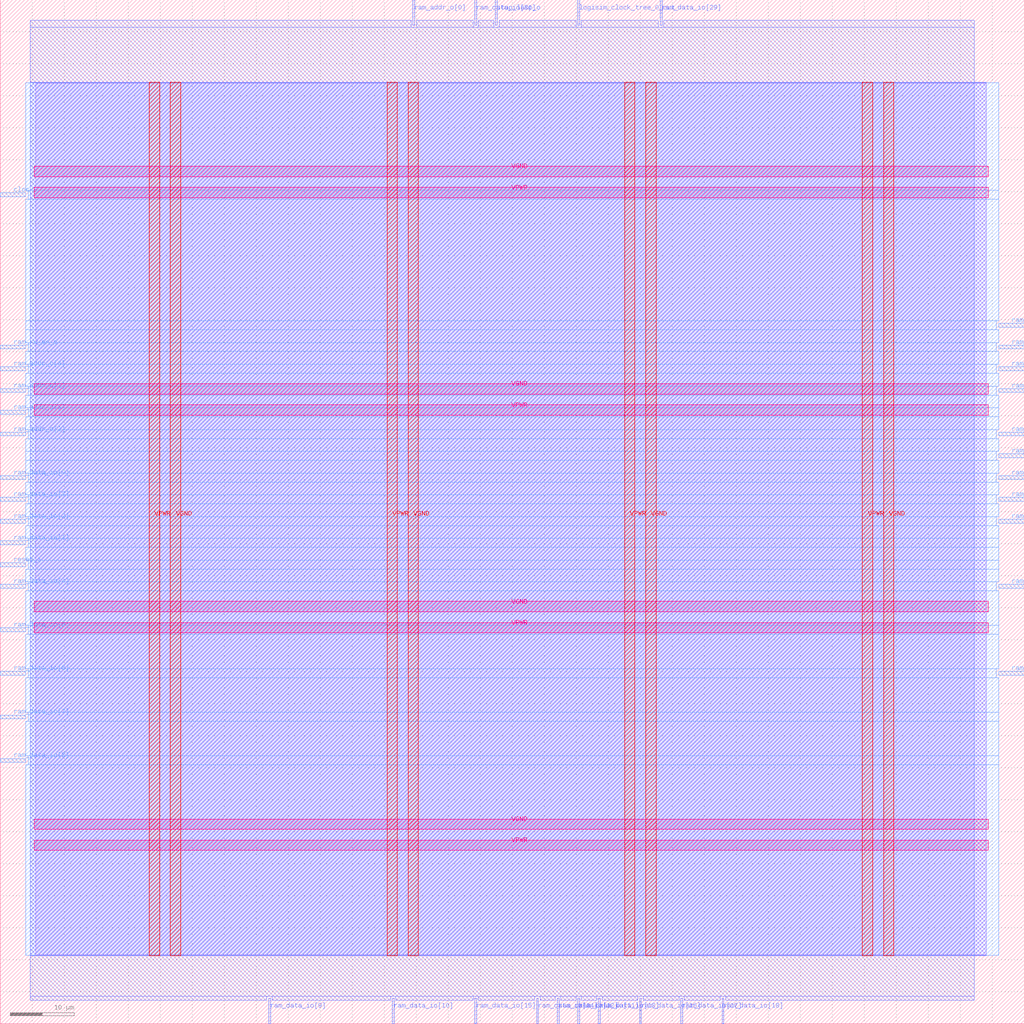
<source format=lef>
VERSION 5.7 ;
  NOWIREEXTENSIONATPIN ON ;
  DIVIDERCHAR "/" ;
  BUSBITCHARS "[]" ;
MACRO openlane_manchester_baby
  CLASS BLOCK ;
  FOREIGN openlane_manchester_baby ;
  ORIGIN 0.000 0.000 ;
  SIZE 160.000 BY 160.000 ;
  PIN VGND
    DIRECTION INOUT ;
    USE GROUND ;
    PORT
      LAYER met4 ;
        RECT 26.590 10.640 28.190 147.120 ;
    END
    PORT
      LAYER met4 ;
        RECT 63.730 10.640 65.330 147.120 ;
    END
    PORT
      LAYER met4 ;
        RECT 100.870 10.640 102.470 147.120 ;
    END
    PORT
      LAYER met4 ;
        RECT 138.010 10.640 139.610 147.120 ;
    END
    PORT
      LAYER met5 ;
        RECT 5.280 30.380 154.340 31.980 ;
    END
    PORT
      LAYER met5 ;
        RECT 5.280 64.380 154.340 65.980 ;
    END
    PORT
      LAYER met5 ;
        RECT 5.280 98.380 154.340 99.980 ;
    END
    PORT
      LAYER met5 ;
        RECT 5.280 132.380 154.340 133.980 ;
    END
  END VGND
  PIN VPWR
    DIRECTION INOUT ;
    USE POWER ;
    PORT
      LAYER met4 ;
        RECT 23.290 10.640 24.890 147.120 ;
    END
    PORT
      LAYER met4 ;
        RECT 60.430 10.640 62.030 147.120 ;
    END
    PORT
      LAYER met4 ;
        RECT 97.570 10.640 99.170 147.120 ;
    END
    PORT
      LAYER met4 ;
        RECT 134.710 10.640 136.310 147.120 ;
    END
    PORT
      LAYER met5 ;
        RECT 5.280 27.080 154.340 28.680 ;
    END
    PORT
      LAYER met5 ;
        RECT 5.280 61.080 154.340 62.680 ;
    END
    PORT
      LAYER met5 ;
        RECT 5.280 95.080 154.340 96.680 ;
    END
    PORT
      LAYER met5 ;
        RECT 5.280 129.080 154.340 130.680 ;
    END
  END VPWR
  PIN clock
    DIRECTION INPUT ;
    USE SIGNAL ;
    ANTENNAGATEAREA 0.852000 ;
    PORT
      LAYER met3 ;
        RECT 0.000 129.240 4.000 129.840 ;
    END
  END clock
  PIN logisim_clock_tree_0_out
    DIRECTION OUTPUT TRISTATE ;
    USE SIGNAL ;
    ANTENNADIFFAREA 0.795200 ;
    PORT
      LAYER met2 ;
        RECT 90.250 156.000 90.530 160.000 ;
    END
  END logisim_clock_tree_0_out
  PIN ram_addr_o[0]
    DIRECTION OUTPUT TRISTATE ;
    USE SIGNAL ;
    ANTENNADIFFAREA 0.795200 ;
    PORT
      LAYER met2 ;
        RECT 64.490 156.000 64.770 160.000 ;
    END
  END ram_addr_o[0]
  PIN ram_addr_o[1]
    DIRECTION OUTPUT TRISTATE ;
    USE SIGNAL ;
    ANTENNADIFFAREA 0.445500 ;
    PORT
      LAYER met3 ;
        RECT 0.000 98.640 4.000 99.240 ;
    END
  END ram_addr_o[1]
  PIN ram_addr_o[2]
    DIRECTION OUTPUT TRISTATE ;
    USE SIGNAL ;
    ANTENNADIFFAREA 0.445500 ;
    PORT
      LAYER met3 ;
        RECT 0.000 91.840 4.000 92.440 ;
    END
  END ram_addr_o[2]
  PIN ram_addr_o[3]
    DIRECTION OUTPUT TRISTATE ;
    USE SIGNAL ;
    ANTENNADIFFAREA 0.445500 ;
    PORT
      LAYER met3 ;
        RECT 0.000 95.240 4.000 95.840 ;
    END
  END ram_addr_o[3]
  PIN ram_addr_o[4]
    DIRECTION OUTPUT TRISTATE ;
    USE SIGNAL ;
    ANTENNADIFFAREA 0.445500 ;
    PORT
      LAYER met3 ;
        RECT 0.000 102.040 4.000 102.640 ;
    END
  END ram_addr_o[4]
  PIN ram_data_io[0]
    DIRECTION INOUT ;
    USE SIGNAL ;
    ANTENNAGATEAREA 0.159000 ;
    ANTENNADIFFAREA 1.782000 ;
    PORT
      LAYER met3 ;
        RECT 0.000 85.040 4.000 85.640 ;
    END
  END ram_data_io[0]
  PIN ram_data_io[10]
    DIRECTION INOUT ;
    USE SIGNAL ;
    ANTENNAGATEAREA 0.159000 ;
    ANTENNADIFFAREA 1.782000 ;
    PORT
      LAYER met2 ;
        RECT 61.270 0.000 61.550 4.000 ;
    END
  END ram_data_io[10]
  PIN ram_data_io[11]
    DIRECTION INOUT ;
    USE SIGNAL ;
    ANTENNAGATEAREA 0.159000 ;
    ANTENNADIFFAREA 1.782000 ;
    PORT
      LAYER met2 ;
        RECT 90.250 0.000 90.530 4.000 ;
    END
  END ram_data_io[11]
  PIN ram_data_io[12]
    DIRECTION INOUT ;
    USE SIGNAL ;
    ANTENNAGATEAREA 0.159000 ;
    ANTENNADIFFAREA 1.782000 ;
    PORT
      LAYER met2 ;
        RECT 87.030 0.000 87.310 4.000 ;
    END
  END ram_data_io[12]
  PIN ram_data_io[13]
    DIRECTION INOUT ;
    USE SIGNAL ;
    ANTENNAGATEAREA 0.159000 ;
    ANTENNADIFFAREA 1.782000 ;
    PORT
      LAYER met2 ;
        RECT 93.470 0.000 93.750 4.000 ;
    END
  END ram_data_io[13]
  PIN ram_data_io[14]
    DIRECTION INOUT ;
    USE SIGNAL ;
    ANTENNAGATEAREA 0.159000 ;
    ANTENNADIFFAREA 1.782000 ;
    PORT
      LAYER met2 ;
        RECT 83.810 0.000 84.090 4.000 ;
    END
  END ram_data_io[14]
  PIN ram_data_io[15]
    DIRECTION INOUT ;
    USE SIGNAL ;
    ANTENNAGATEAREA 0.159000 ;
    ANTENNADIFFAREA 1.782000 ;
    PORT
      LAYER met2 ;
        RECT 74.150 0.000 74.430 4.000 ;
    END
  END ram_data_io[15]
  PIN ram_data_io[16]
    DIRECTION INOUT ;
    USE SIGNAL ;
    ANTENNAGATEAREA 0.159000 ;
    ANTENNADIFFAREA 1.782000 ;
    PORT
      LAYER met2 ;
        RECT 99.910 0.000 100.190 4.000 ;
    END
  END ram_data_io[16]
  PIN ram_data_io[17]
    DIRECTION INOUT ;
    USE SIGNAL ;
    ANTENNAGATEAREA 0.159000 ;
    ANTENNADIFFAREA 1.782000 ;
    PORT
      LAYER met2 ;
        RECT 106.350 0.000 106.630 4.000 ;
    END
  END ram_data_io[17]
  PIN ram_data_io[18]
    DIRECTION INOUT ;
    USE SIGNAL ;
    ANTENNAGATEAREA 0.159000 ;
    ANTENNADIFFAREA 1.782000 ;
    PORT
      LAYER met2 ;
        RECT 112.790 0.000 113.070 4.000 ;
    END
  END ram_data_io[18]
  PIN ram_data_io[19]
    DIRECTION INOUT ;
    USE SIGNAL ;
    ANTENNAGATEAREA 0.159000 ;
    ANTENNADIFFAREA 1.782000 ;
    PORT
      LAYER met3 ;
        RECT 156.000 54.440 160.000 55.040 ;
    END
  END ram_data_io[19]
  PIN ram_data_io[1]
    DIRECTION INOUT ;
    USE SIGNAL ;
    ANTENNAGATEAREA 0.159000 ;
    ANTENNADIFFAREA 1.782000 ;
    PORT
      LAYER met3 ;
        RECT 0.000 74.840 4.000 75.440 ;
    END
  END ram_data_io[1]
  PIN ram_data_io[20]
    DIRECTION INOUT ;
    USE SIGNAL ;
    ANTENNAGATEAREA 0.159000 ;
    ANTENNADIFFAREA 1.782000 ;
    PORT
      LAYER met3 ;
        RECT 156.000 68.040 160.000 68.640 ;
    END
  END ram_data_io[20]
  PIN ram_data_io[21]
    DIRECTION INOUT ;
    USE SIGNAL ;
    ANTENNAGATEAREA 0.159000 ;
    ANTENNADIFFAREA 1.782000 ;
    PORT
      LAYER met3 ;
        RECT 156.000 78.240 160.000 78.840 ;
    END
  END ram_data_io[21]
  PIN ram_data_io[22]
    DIRECTION INOUT ;
    USE SIGNAL ;
    ANTENNAGATEAREA 0.159000 ;
    ANTENNADIFFAREA 1.782000 ;
    PORT
      LAYER met3 ;
        RECT 156.000 85.040 160.000 85.640 ;
    END
  END ram_data_io[22]
  PIN ram_data_io[23]
    DIRECTION INOUT ;
    USE SIGNAL ;
    ANTENNAGATEAREA 0.159000 ;
    ANTENNADIFFAREA 1.782000 ;
    PORT
      LAYER met3 ;
        RECT 156.000 81.640 160.000 82.240 ;
    END
  END ram_data_io[23]
  PIN ram_data_io[24]
    DIRECTION INOUT ;
    USE SIGNAL ;
    ANTENNAGATEAREA 0.159000 ;
    ANTENNADIFFAREA 1.782000 ;
    PORT
      LAYER met3 ;
        RECT 156.000 91.840 160.000 92.440 ;
    END
  END ram_data_io[24]
  PIN ram_data_io[25]
    DIRECTION INOUT ;
    USE SIGNAL ;
    ANTENNAGATEAREA 0.159000 ;
    ANTENNADIFFAREA 1.782000 ;
    PORT
      LAYER met3 ;
        RECT 156.000 98.640 160.000 99.240 ;
    END
  END ram_data_io[25]
  PIN ram_data_io[26]
    DIRECTION INOUT ;
    USE SIGNAL ;
    ANTENNAGATEAREA 0.159000 ;
    ANTENNADIFFAREA 1.782000 ;
    PORT
      LAYER met3 ;
        RECT 156.000 105.440 160.000 106.040 ;
    END
  END ram_data_io[26]
  PIN ram_data_io[27]
    DIRECTION INOUT ;
    USE SIGNAL ;
    ANTENNAGATEAREA 0.159000 ;
    ANTENNADIFFAREA 1.782000 ;
    PORT
      LAYER met3 ;
        RECT 156.000 108.840 160.000 109.440 ;
    END
  END ram_data_io[27]
  PIN ram_data_io[28]
    DIRECTION INOUT ;
    USE SIGNAL ;
    ANTENNAGATEAREA 0.159000 ;
    ANTENNADIFFAREA 1.782000 ;
    PORT
      LAYER met3 ;
        RECT 156.000 102.040 160.000 102.640 ;
    END
  END ram_data_io[28]
  PIN ram_data_io[29]
    DIRECTION INOUT ;
    USE SIGNAL ;
    ANTENNAGATEAREA 0.159000 ;
    ANTENNADIFFAREA 1.782000 ;
    PORT
      LAYER met2 ;
        RECT 103.130 156.000 103.410 160.000 ;
    END
  END ram_data_io[29]
  PIN ram_data_io[2]
    DIRECTION INOUT ;
    USE SIGNAL ;
    ANTENNAGATEAREA 0.159000 ;
    ANTENNADIFFAREA 1.782000 ;
    PORT
      LAYER met3 ;
        RECT 0.000 78.240 4.000 78.840 ;
    END
  END ram_data_io[2]
  PIN ram_data_io[30]
    DIRECTION INOUT ;
    USE SIGNAL ;
    ANTENNAGATEAREA 0.159000 ;
    ANTENNADIFFAREA 1.782000 ;
    PORT
      LAYER met3 ;
        RECT 156.000 88.440 160.000 89.040 ;
    END
  END ram_data_io[30]
  PIN ram_data_io[31]
    DIRECTION INOUT ;
    USE SIGNAL ;
    ANTENNAGATEAREA 0.159000 ;
    ANTENNADIFFAREA 1.782000 ;
    PORT
      LAYER met2 ;
        RECT 74.150 156.000 74.430 160.000 ;
    END
  END ram_data_io[31]
  PIN ram_data_io[3]
    DIRECTION INOUT ;
    USE SIGNAL ;
    ANTENNAGATEAREA 0.159000 ;
    ANTENNADIFFAREA 1.782000 ;
    PORT
      LAYER met3 ;
        RECT 0.000 81.640 4.000 82.240 ;
    END
  END ram_data_io[3]
  PIN ram_data_io[4]
    DIRECTION INOUT ;
    USE SIGNAL ;
    ANTENNAGATEAREA 0.159000 ;
    ANTENNADIFFAREA 1.782000 ;
    PORT
      LAYER met3 ;
        RECT 0.000 68.040 4.000 68.640 ;
    END
  END ram_data_io[4]
  PIN ram_data_io[5]
    DIRECTION INOUT ;
    USE SIGNAL ;
    ANTENNAGATEAREA 0.159000 ;
    ANTENNADIFFAREA 1.782000 ;
    PORT
      LAYER met3 ;
        RECT 0.000 61.240 4.000 61.840 ;
    END
  END ram_data_io[5]
  PIN ram_data_io[6]
    DIRECTION INOUT ;
    USE SIGNAL ;
    ANTENNAGATEAREA 0.159000 ;
    ANTENNADIFFAREA 1.782000 ;
    PORT
      LAYER met3 ;
        RECT 0.000 54.440 4.000 55.040 ;
    END
  END ram_data_io[6]
  PIN ram_data_io[7]
    DIRECTION INOUT ;
    USE SIGNAL ;
    ANTENNAGATEAREA 0.159000 ;
    ANTENNADIFFAREA 1.782000 ;
    PORT
      LAYER met3 ;
        RECT 0.000 47.640 4.000 48.240 ;
    END
  END ram_data_io[7]
  PIN ram_data_io[8]
    DIRECTION INOUT ;
    USE SIGNAL ;
    ANTENNAGATEAREA 0.159000 ;
    ANTENNADIFFAREA 1.782000 ;
    PORT
      LAYER met3 ;
        RECT 0.000 40.840 4.000 41.440 ;
    END
  END ram_data_io[8]
  PIN ram_data_io[9]
    DIRECTION INOUT ;
    USE SIGNAL ;
    ANTENNAGATEAREA 0.159000 ;
    ANTENNADIFFAREA 1.782000 ;
    PORT
      LAYER met2 ;
        RECT 41.950 0.000 42.230 4.000 ;
    END
  END ram_data_io[9]
  PIN ram_rw_en_o
    DIRECTION OUTPUT TRISTATE ;
    USE SIGNAL ;
    ANTENNADIFFAREA 0.445500 ;
    PORT
      LAYER met3 ;
        RECT 0.000 105.440 4.000 106.040 ;
    END
  END ram_rw_en_o
  PIN reset_i
    DIRECTION INPUT ;
    USE SIGNAL ;
    ANTENNAGATEAREA 0.126000 ;
    PORT
      LAYER met3 ;
        RECT 0.000 71.440 4.000 72.040 ;
    END
  END reset_i
  PIN stop_lamp_o
    DIRECTION OUTPUT TRISTATE ;
    USE SIGNAL ;
    ANTENNADIFFAREA 0.795200 ;
    PORT
      LAYER met2 ;
        RECT 77.370 156.000 77.650 160.000 ;
    END
  END stop_lamp_o
  OBS
      LAYER li1 ;
        RECT 5.520 10.795 154.100 146.965 ;
      LAYER met1 ;
        RECT 4.670 10.640 154.100 147.120 ;
      LAYER met2 ;
        RECT 4.690 155.720 64.210 156.810 ;
        RECT 65.050 155.720 73.870 156.810 ;
        RECT 74.710 155.720 77.090 156.810 ;
        RECT 77.930 155.720 89.970 156.810 ;
        RECT 90.810 155.720 102.850 156.810 ;
        RECT 103.690 155.720 152.170 156.810 ;
        RECT 4.690 4.280 152.170 155.720 ;
        RECT 4.690 3.670 41.670 4.280 ;
        RECT 42.510 3.670 60.990 4.280 ;
        RECT 61.830 3.670 73.870 4.280 ;
        RECT 74.710 3.670 83.530 4.280 ;
        RECT 84.370 3.670 86.750 4.280 ;
        RECT 87.590 3.670 89.970 4.280 ;
        RECT 90.810 3.670 93.190 4.280 ;
        RECT 94.030 3.670 99.630 4.280 ;
        RECT 100.470 3.670 106.070 4.280 ;
        RECT 106.910 3.670 112.510 4.280 ;
        RECT 113.350 3.670 152.170 4.280 ;
      LAYER met3 ;
        RECT 3.990 130.240 156.000 147.045 ;
        RECT 4.400 128.840 156.000 130.240 ;
        RECT 3.990 109.840 156.000 128.840 ;
        RECT 3.990 108.440 155.600 109.840 ;
        RECT 3.990 106.440 156.000 108.440 ;
        RECT 4.400 105.040 155.600 106.440 ;
        RECT 3.990 103.040 156.000 105.040 ;
        RECT 4.400 101.640 155.600 103.040 ;
        RECT 3.990 99.640 156.000 101.640 ;
        RECT 4.400 98.240 155.600 99.640 ;
        RECT 3.990 96.240 156.000 98.240 ;
        RECT 4.400 94.840 156.000 96.240 ;
        RECT 3.990 92.840 156.000 94.840 ;
        RECT 4.400 91.440 155.600 92.840 ;
        RECT 3.990 89.440 156.000 91.440 ;
        RECT 3.990 88.040 155.600 89.440 ;
        RECT 3.990 86.040 156.000 88.040 ;
        RECT 4.400 84.640 155.600 86.040 ;
        RECT 3.990 82.640 156.000 84.640 ;
        RECT 4.400 81.240 155.600 82.640 ;
        RECT 3.990 79.240 156.000 81.240 ;
        RECT 4.400 77.840 155.600 79.240 ;
        RECT 3.990 75.840 156.000 77.840 ;
        RECT 4.400 74.440 156.000 75.840 ;
        RECT 3.990 72.440 156.000 74.440 ;
        RECT 4.400 71.040 156.000 72.440 ;
        RECT 3.990 69.040 156.000 71.040 ;
        RECT 4.400 67.640 155.600 69.040 ;
        RECT 3.990 62.240 156.000 67.640 ;
        RECT 4.400 60.840 156.000 62.240 ;
        RECT 3.990 55.440 156.000 60.840 ;
        RECT 4.400 54.040 155.600 55.440 ;
        RECT 3.990 48.640 156.000 54.040 ;
        RECT 4.400 47.240 156.000 48.640 ;
        RECT 3.990 41.840 156.000 47.240 ;
        RECT 4.400 40.440 156.000 41.840 ;
        RECT 3.990 10.715 156.000 40.440 ;
  END
END openlane_manchester_baby
END LIBRARY


</source>
